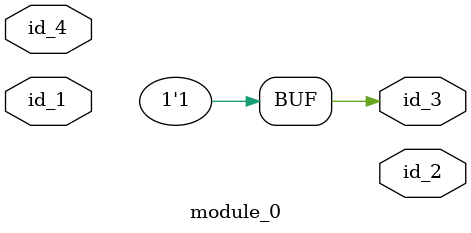
<source format=v>
`timescale 1ps / 1ps
module module_0 (
    id_1,
    id_2,
    id_3,
    id_4
);
  inout id_4;
  output id_3;
  output id_2;
  input id_1;
  assign id_3 = 1;
endmodule

</source>
